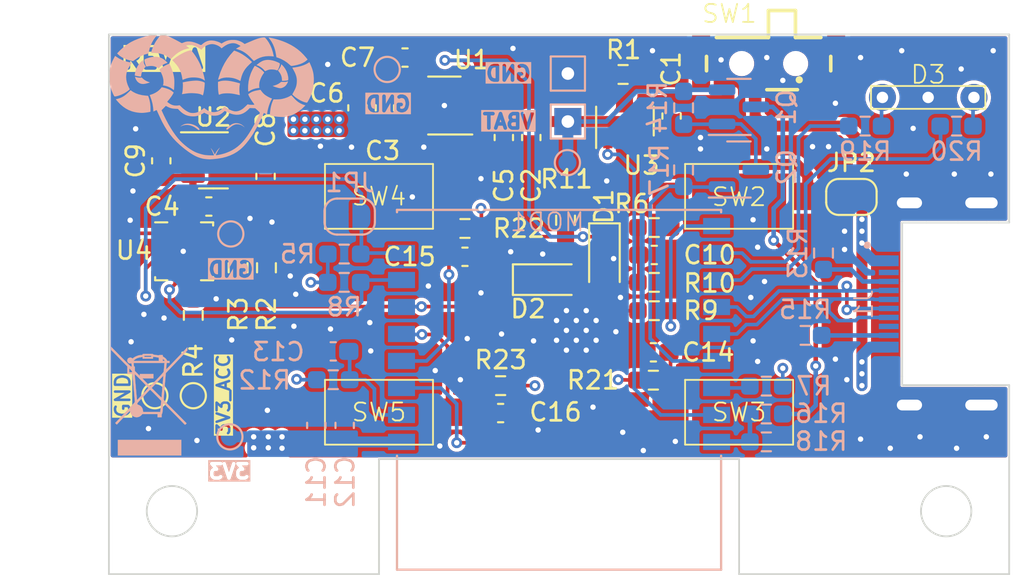
<source format=kicad_pcb>
(kicad_pcb (version 20221018) (generator pcbnew)
  (layers (0 "F.Cu" signal) (1 "In1.Cu" signal "GND.Cu") (2 "In2.Cu" signal "3V3.Cu") (31 "B.Cu" signal) (34 "B.Paste" user) (35 "F.Paste" user) (36 "B.SilkS" user "B.Silkscreen") (37 "F.SilkS" user "F.Silkscreen") (38 "B.Mask" user) (39 "F.Mask" user) (44 "Edge.Cuts" user))
  (net 0 "")
  (net 1 "GND")
  (net 2 "Net-(MOD1-EN)")
  (net 3 "+3V3")
  (net 4 "VUSB")
  (net 5 "Net-(U3-VDD)")
  (net 6 "+3V3_ACC")
  (net 7 "Net-(U1-NC)")
  (net 8 "SW_CTRL")
  (net 9 "SW_1")
  (net 10 "SW_2")
  (net 11 "SW_3")
  (net 12 "PWR_EN")
  (net 13 "USB_DP")
  (net 14 "USB_DN")
  (net 15 "Net-(D2-A)")
  (net 16 "Net-(D3-A-Pad3)")
  (net 17 "Net-(D3-A-Pad1)")
  (net 19 "VBAT")
  (net 20 "Net-(J1-CC2)")
  (net 22 "Net-(J1-CC1)")
  (net 23 "GPIO9")
  (net 24 "GPIO8")
  (net 25 "LATCH")
  (net 26 "GPIO2")
  (net 27 "STAT")
  (net 28 "Net-(U3-PROG)")
  (net 29 "ACC_INT")
  (net 30 "LED_GREEN")
  (net 31 "LED_RED")
  (net 32 "Net-(Q1-G)")
  (net 33 "Net-(U4-CS)")
  (net 34 "Net-(R6-Pad1)")
  (net 36 "VMON_EN")
  (net 37 "VMON")
  (net 38 "Net-(Q1-D)")
  (net 41 "unconnected-(SW1-PadS)")
  (footprint "Capacitor_SMD:C_0603_1608Metric_Pad1.08x0.95mm_HandSolder" (layer "F.Cu") (at -36.195 -10.922 -90)
    (fp_text reference "C6")
    (fp_text value "100nF")
  )
  (footprint "ssb-mechanical-switch:SMD WE 450404015514" (layer "F.Cu") (at -13 -14.25)
    (fp_text reference "SW1")
    (fp_text value "WE-450404015514" hide)
  )
  (footprint "ssb-mechanical-switch:SMD GENERIC 2-PIN 3.6x6x2.5" (layer "F.Cu") (at -35 -6 180)
    (fp_text reference "SW4")
    (fp_text value "CLEAR" hide)
  )
  (footprint "Diode_SMD:D_SOD-323_HandSoldering" (layer "F.Cu") (at -22.479 -2.4892 -90)
    (fp_text reference "D1")
    (fp_text value "1N4148")
  )
  (footprint "ssb-mechanical-switch:SMD GENERIC 2-PIN 3.6x6x2.5" (layer "F.Cu") (at -15 6)
    (fp_text reference "SW3")
    (fp_text value "CLEAR" hide)
  )
  (footprint "Resistor_SMD:R_0603_1608Metric_Pad0.98x0.95mm_HandSolder" (layer "F.Cu") (at -24.638 -4.6736 90)
    (fp_text reference "R11")
    (fp_text value "1M")
  )
  (footprint "Resistor_SMD:R_0603_1608Metric_Pad0.98x0.95mm_HandSolder" (layer "F.Cu") (at -19.7104 -1.2192)
    (fp_text reference "R10")
    (fp_text value "10K")
  )
  (footprint "Resistor_SMD:R_0603_1608Metric_Pad0.98x0.95mm_HandSolder" (layer "F.Cu") (at -28.2448 4.5212)
    (fp_text reference "R23")
    (fp_text value "10K")
  )
  (footprint "Resistor_SMD:R_0603_1608Metric_Pad0.98x0.95mm_HandSolder" (layer "F.Cu") (at -45.3136 0.6096 -90)
    (fp_text reference "R4")
    (fp_text value "100K")
  )
  (footprint "Package_LGA:LGA-16_3x3mm_P0.5mm_LayoutBorder3x5y" (layer "F.Cu") (at -45.8216 -2.9464)
    (fp_text reference "U4")
    (fp_text value "LIS3DHTR")
  )
  (footprint "Capacitor_SMD:C_0603_1608Metric_Pad1.08x0.95mm_HandSolder" (layer "F.Cu") (at -44.45 -5.4356 180)
    (fp_text reference "C4")
    (fp_text value "100nF")
  )
  (footprint "Package_TO_SOT_SMD:SOT-23-5_HandSoldering" (layer "F.Cu") (at -31.369 -11.049 180)
    (fp_text reference "U1")
    (fp_text value "TLV75733PDBVR")
  )
  (footprint "Capacitor_SMD:C_0603_1608Metric_Pad1.08x0.95mm_HandSolder" (layer "F.Cu") (at -26.543 -9.271 -90)
    (fp_text reference "C2")
    (fp_text value "10uF")
  )
  (footprint "Resistor_SMD:R_0603_1608Metric_Pad0.98x0.95mm_HandSolder" (layer "F.Cu") (at -21.4426 -12.7762 180)
    (fp_text reference "R1")
    (fp_text value "47K" hide)
  )
  (footprint "Jumper:SolderJumper-2_P1.3mm_Open_RoundedPad1.0x1.5mm" (layer "F.Cu") (at -8.763 -5.969 180)
    (fp_text reference "JP2")
    (fp_text value "Jumper_2_Open")
  )
  (footprint "Resistor_SMD:R_0603_1608Metric_Pad0.98x0.95mm_HandSolder" (layer "F.Cu") (at -19.7085 0.3556)
    (fp_text reference "R9")
    (fp_text value "1K")
  )
  (footprint "Capacitor_SMD:C_0603_1608Metric_Pad1.08x0.95mm_HandSolder" (layer "F.Cu") (at -47.0916 -7.9756 90)
    (fp_text reference "C9")
    (fp_text value "1uF")
  )
  (footprint "Resistor_SMD:R_0603_1608Metric_Pad0.98x0.95mm_HandSolder" (layer "F.Cu") (at -41.2496 -2.032 90)
    (fp_text reference "R2")
    (fp_text value "1K")
  )
  (footprint "TestPoint:TestPoint_Pad_D1.0mm" (layer "F.Cu") (at -45.3136 5.08)
    (fp_text reference "TP7" hide)
    (fp_text value "TP-ROUND-SMD-2MM")
  )
  (footprint "Package_SO:TSOP-5_1.65x3.05mm_P0.95mm" (layer "F.Cu") (at -21.341 -10.1854 90)
    (fp_text reference "U3")
    (fp_text value "MCP73831T-2ACI/OT" hide)
  )
  (footprint "ssb-mechanical-switch:SMD GENERIC 2-PIN 3.6x6x2.5" (layer "F.Cu") (at -15 -6)
    (fp_text reference "SW2")
    (fp_text value "CLEAR" hide)
  )
  (footprint "Resistor_SMD:R_0603_1608Metric_Pad0.98x0.95mm_HandSolder" (layer "F.Cu") (at -19.7104 -4.2672 180)
    (fp_text reference "R6")
    (fp_text value "1K")
  )
  (footprint "ssb-opto:TH GENERIC LED 3MM DUAL (RED 3D)" (layer "F.Cu") (at -4.5 -11.5)
    (fp_text reference "D3")
    (fp_text value "GREEN/RED")
  )
  (footprint "Capacitor_SMD:C_0603_1608Metric_Pad1.08x0.95mm_HandSolder" (layer "F.Cu") (at -19.7104 -2.7432)
    (fp_text reference "C10")
    (fp_text value "1uF")
  )
  (footprint "Capacitor_SMD:C_0603_1608Metric_Pad1.08x0.95mm_HandSolder" (layer "F.Cu") (at -30.226 -2.6416)
    (fp_text reference "C15")
    (fp_text value "100nF")
  )
  (footprint "Capacitor_SMD:C_0603_1608Metric_Pad1.08x0.95mm_HandSolder" (layer "F.Cu") (at -18.7502 -10.4648 -90)
    (fp_text reference "C1")
    (fp_text value "4,7uF" hide)
  )
  (footprint "Resistor_SMD:R_0603_1608Metric_Pad0.98x0.95mm_HandSolder" (layer "F.Cu") (at -30.226 -4.2164)
    (fp_text reference "R22")
    (fp_text value "10K")
  )
  (footprint "Package_TO_SOT_SMD:SOT-23-3" (layer "F.Cu") (at -44.196 -8.001)
    (fp_text reference "U2")
    (fp_text value "XC6206P331MR-G")
  )
  (footprint "Capacitor_SMD:C_0603_1608Metric_Pad1.08x0.95mm_HandSolder" (layer "F.Cu") (at -28.2448 6.0452)
    (fp_text reference "C16")
    (fp_text value "100nF")
  )
  (footprint "Capacitor_SMD:C_0603_1608Metric_Pad1.08x0.95mm_HandSolder" (layer "F.Cu") (at -41.3004 -7.112 -90)
    (fp_text reference "C8")
    (fp_text value "1uF")
  )
  (footprint "Capacitor_SMD:C_0603_1608Metric_Pad1.08x0.95mm_HandSolder" (layer "F.Cu") (at -19.7612 2.667 180)
    (fp_text reference "C14")
    (fp_text value "100nF")
  )
  (footprint "Capacitor_SMD:C_0603_1608Metric_Pad1.08x0.95mm_HandSolder" (layer "F.Cu") (at -33.5545 -13.716 180)
    (fp_text reference "C7")
    (fp_text value "470pF")
  )
  (footprint "ssb-mechanical-switch:SMD GENERIC 2-PIN 3.6x6x2.5" (layer "F.Cu") (at -35 6 180)
    (fp_text reference "SW5")
    (fp_text value "CLEAR" hide)
  )
  (footprint "Resistor_SMD:R_0603_1608Metric_Pad0.98x0.95mm_HandSolder" (layer "F.Cu") (at -42.8244 -2.032 90)
    (fp_text reference "R3")
    (fp_text value "100K")
  )
  (footprint "Diode_SMD:D_SOD-323_HandSoldering" (layer "F.Cu") (at -25.5524 -1.3716)
    (fp_text reference "D2")
    (fp_text value "1N4148")
  )
  (footprint "Capacitor_SMD:C_0603_1608Metric_Pad1.08x0.95mm_HandSolder" (layer "F.Cu") (at -28.067 -9.271 90)
    (fp_text reference "C5")
    (fp_text value "100nF")
  )
  (footprint "Resistor_SMD:R_0603_1608Metric_Pad0.98x0.95mm_HandSolder" (layer "F.Cu") (at -19.7612 4.2164 180)
    (fp_text reference "R21")
    (fp_text value "10K")
  )
  (footprint "TestPoint:TestPoint_Pad_D1.0mm" (layer "F.Cu") (at -47.4472 5.08)
    (fp_text reference "TP6" hide)
    (fp_text value "TP-ROUND-SMD-2MM")
  )
  (footprint "Capacitor_SMD:C_0603_1608Metric_Pad1.08x0.95mm_HandSolder" (layer "F.Cu") (at -34.671 -10.922 90)
    (fp_text reference "C3")
    (fp_text value "10uF")
  )
  (footprint "Resistor_SMD:R_0603_1608Metric_Pad0.98x0.95mm_HandSolder" (layer "B.Cu") (at -18.0825 -10.922 90)
    (fp_text reference "R14")
    (fp_text value "100K")
  )
  (footprint "LOGO" (layer "B.Cu") (at -44.369971 -11.517643 177.8)
    (fp_text reference "G***" hide)
    (fp_text value "LOGO" hide)
  )
  (footprint "Resistor_SMD:R_0603_1608Metric_Pad0.98x0.95mm_HandSolder" (layer "B.Cu") (at -36.9316 -2.794)
    (fp_text reference "R5")
    (fp_text value "10K")
  )
  (footprint "Resistor_SMD:R_0603_1608Metric_Pad0.98x0.95mm_HandSolder" (layer "B.Cu") (at -36.9316 -1.2192)
    (fp_text reference "R8")
    (fp_text value "10K")
  )
  (footprint "Jumper:SolderJumper-2_P1.3mm_Open_RoundedPad1.0x1.5mm" (layer "B.Cu") (at -36.6268 -4.8768)
    (fp_text reference "JP1")
    (fp_text value "Jumper_2_Open")
  )
  (footprint "Resistor_SMD:R_0603_1608Metric_Pad0.98x0.95mm_HandSolder" (layer "B.Cu") (at -13.4874 7.6454 180)
    (fp_text reference "R18")
    (fp_text value "100K")
  )
  (footprint "Resistor_SMD:R_0603_1608Metric_Pad0.98x0.95mm_HandSolder" (layer "B.Cu") (at -18.0848 -7.4676 -90)
    (fp_text reference "R17")
    (fp_text value "100K")
  )
  (footprint "TestPoint:TestPoint_Pad_D1.0mm" (layer "B.Cu") (at -43.2816 7.366 180)
    (fp_text reference "TP3" hide)
    (fp_text value "TP-ROUND-SMD-2MM")
  )
  (footprint "Package_TO_SOT_SMD:SOT-23" (layer "B.Cu") (at -15.0091 -7.493)
    (fp_text reference "Q2")
    (fp_text value "IRLML0030")
  )
  (footprint "TestPoint:TestPoint_THTPad_1.5x1.5mm_Drill0.7mm" (layer "B.Cu") (at -24.511 -10.16 180)
    (fp_text reference "TP1" hide)
    (fp_text value "VBAT")
  )
  (footprint "ssb-module-wireless:SMD ESP32C3-WROOM-02" (layer "B.Cu") (at -25 2.4)
    (fp_text reference "MOD1")
    (fp_text value "ESP32-C3-WROOM-02" hide)
  )
  (footprint "Resistor_SMD:R_0603_1608Metric_Pad0.98x0.95mm_HandSolder" (layer "B.Cu") (at -13.4874 6.096)
    (fp_text reference "R16")
    (fp_text value "100K")
  )
  (footprint "TestPoint:TestPoint_THTPad_1.5x1.5mm_Drill0.7mm" (layer "B.Cu") (at -24.511 -12.827 180)
    (fp_text reference "TP2" hide)
    (fp_text value "GND")
  )
  (footprint "Symbol:WEEE-Logo_4.2x6mm_SilkScreen" (layer "B.Cu") (at -47.752 5.3848 180)
    (fp_text reference "REF**" hide)
    (fp_text value "WEEE-Logo_4.2x6mm_SilkScreen" hide)
  )
  (footprint "Resistor_SMD:R_0603_1608Metric_Pad0.98x0.95mm_HandSolder" (layer "B.Cu") (at -37.5412 4.191 180)
    (fp_text reference "R12")
    (fp_text value "22K")
  )
  (footprint "Capacitor_SMD:C_0603_1608Metric_Pad1.08x0.95mm_HandSolder" (layer "B.Cu") (at -36.9062 6.731 90)
    (fp_text reference "C12")
    (fp_text value "100nF")
  )
  (footprint "TestPoint:TestPoint_Pad_D1.0mm" (layer "B.Cu") (at -43.2308 -3.9116 180)
    (fp_text reference "TP8" hide)
    (fp_text value "TP-ROUND-SMD-2MM")
  )
  (footprint "Package_TO_SOT_SMD:SOT-23" (layer "B.Cu") (at -15.0091 -10.9728)
    (fp_text reference "Q1")
    (fp_text value "IRLML6402")
  )
  (footprint "Capacitor_SMD:C_0603_1608Metric_Pad1.08x0.95mm_HandSolder" (layer "B.Cu") (at -38.481 6.731 90)
    (fp_text reference "C11")
    (fp_text value "10uF")
  )
  (footprint "TestPoint:TestPoint_Pad_D1.0mm" (layer "B.Cu") (at -24.5364 -7.874 180)
    (fp_text reference "TP5" hide)
    (fp_text value "TP-ROUND-SMD-2MM")
  )
  (footprint "Resistor_SMD:R_0603_1608Metric_Pad0.98x0.95mm_HandSolder" (layer "B.Cu") (at -10.3124 -2.8467 -90)
    (fp_text reference "R13")
    (fp_text value "5K1")
  )
  (footprint "Capacitor_SMD:C_0603_1608Metric_Pad1.08x0.95mm_HandSolder" (layer "B.Cu") (at -37.5412 2.6162)
    (fp_text reference "C13")
    (fp_text value "1uF")
  )
  (footprint "ssb-mechanical-connector:SMD USB4520-03-1-A" (layer "B.Cu") (at -3 0 -90)
    (fp_text reference "J1")
    (fp_text value "USB4520-03-1-A" hide)
  )
  (footprint "Resistor_SMD:R_0603_1608Metric_Pad0.98x0.95mm_HandSolder" (layer "B.Cu") (at -11.3284 1.7272 180)
    (fp_text reference "R15")
    (fp_text value "5K1")
  )
  (footprint "Resistor_SMD:R_0603_1608Metric_Pad0.98x0.95mm_HandSolder" (layer "B.Cu") (at -8.001 -9.906)
    (fp_text reference "R19")
    (fp_text value "3K3" hide)
  )
  (footprint "TestPoint:TestPoint_Pad_D1.0mm" (layer "B.Cu") (at -34.544 -13.0556 180)
    (fp_text reference "TP4" hide)
    (fp_text value "TP-ROUND-SMD-2MM")
  )
  (footprint "Resistor_SMD:R_0603_1608Metric_Pad0.98x0.95mm_HandSolder" (layer "B.Cu") (at -2.921 -9.906 180)
    (fp_text reference "R20")
    (fp_text value "3K3")
  )
  (footprint "Resistor_SMD:R_0603_1608Metric_Pad0.98x0.95mm_HandSolder" (layer "B.Cu") (at -13.4874 4.5466 180)
    (fp_text reference "R7")
    (fp_text value "10K")
  )
  (gr_line locked (start -5.9436 4.4958) (end -5.9436 4.0132) (stroke (width 0.1)) (layer "Edge.Cuts"))
  (gr_circle (center -3.5 11.5) (end -2.1 11.5) (stroke (width 0.1)) (fill none) (layer "Edge.Cuts"))
  (gr_line (start -5.9436 -4.5212) (end -5.9436 -4.5466) (stroke (width 0.1)) (layer "Edge.Cuts"))
  (gr_line locked (start -5.9436 -1.27) (end -5.9436 -4.5212) (stroke (width 0.1)) (layer "Edge.Cuts"))
  (gr_line locked (start -35 8.6) (end -15 8.6) (stroke (width 0.1)) (layer "Edge.Cuts"))
  (gr_line locked (start -1.2446 -4.5466) (end -0.5842 -4.5466) (stroke (width 0.1)) (layer "Edge.Cuts"))
  (gr_line locked (start -4.5974 -4.5466) (end -2.8448 -4.5466) (stroke (width 0.1)) (layer "Edge.Cuts"))
  (gr_line locked (start 0 15) (end 0 4.572) (stroke (width 0.1)) (layer "Edge.Cuts"))
  (gr_line locked (start -5.9436 4.0132) (end -5.9436 -1.27) (stroke (width 0.1)) (layer "Edge.Cuts"))
  (gr_line locked (start -35 15) (end -35 8.6) (stroke (width 0.1)) (layer "Edge.Cuts"))
  (gr_line locked (start 0 -4.5466) (end -0.5842 -4.5466) (stroke (width 0.1)) (layer "Edge.Cuts"))
  (gr_line locked (start -5.9436 -4.5466) (end -5.5626 -4.5466) (stroke (width 0.1)) (layer "Edge.Cuts"))
  (gr_line locked (start -50 -15) (end -50 15) (stroke (width 0.1)) (layer "Edge.Cuts"))
  (gr_line locked (start -2.8448 -4.5466) (end -1.2446 -4.5466) (stroke (width 0.1)) (layer "Edge.Cuts"))
  (gr_line locked (start -1.905 4.4958) (end -5.842 4.4958) (stroke (width 0.1)) (layer "Edge.Cuts"))
  (gr_line locked (start -50 15) (end -35 15) (stroke (width 0.1)) (layer "Edge.Cuts"))
  (gr_line locked (start -5.5626 -4.5466) (end -4.5974 -4.5466) (stroke (width 0.1)) (layer "Edge.Cuts"))
  (gr_line locked (start 0 -15) (end 0 -4.5466) (stroke (width 0.1)) (layer "Edge.Cuts"))
  (gr_line (start -5.9436 4.4958) (end -5.9436 4.4958) (stroke (width 0.1)) (layer "Edge.Cuts"))
  (gr_line (start 0 4.572) (end 0 4.4958) (stroke (width 0.1)) (layer "Edge.Cuts"))
  (gr_line locked (start 0 4.4958) (end -0.9652 4.4958) (stroke (width 0.1)) (layer "Edge.Cuts"))
  (gr_line locked (start -15 15) (end -15 8.6) (stroke (width 0.1)) (layer "Edge.Cuts"))
  (gr_circle (center -46.5 11.5) (end -45.1 11.5) (stroke (width 0.1)) (fill none) (layer "Edge.Cuts"))
  (gr_line locked (start 0 15) (end -15 15) (stroke (width 0.1)) (layer "Edge.Cuts"))
  (gr_line locked (start 0 -15) (end -50 -15) (stroke (width 0.1)) (layer "Edge.Cuts"))
  (gr_line locked (start -0.9652 4.4958) (end -1.905 4.4958) (stroke (width 0.1)) (layer "Edge.Cuts"))
  (gr_line (start -5.9436 4.4958) (end -5.842 4.4958) (stroke (width 0.1)) (layer "Edge.Cuts"))
  (gr_text "3V3" (at -43.3324 9.2964) (layer "B.SilkS" knockout) (effects (font (size 0.8 0.8) (thickness 0.2) bold) (justify mirror)))
  (gr_text "GND" (at -43.2308 -1.9304) (layer "B.SilkS" knockout) (effects (font (size 0.8 0.8) (thickness 0.2) bold) (justify mirror)))
  (gr_text "GND" (at -34.4932 -11.1252) (layer "B.SilkS" knockout) (effects (font (size 0.8 0.8) (thickness 0.2) bold) (justify mirror)))
  (gr_text "VBAT" (at -27.813 -10.16) (layer "B.SilkS" knockout) (effects (font (size 0.8 0.8) (thickness 0.2) bold) (justify mirror)))
  (gr_text "GND" (at -27.813 -12.827) (layer "B.SilkS" knockout) (effects (font (size 0.8 0.8) (thickness 0.2) bold) (justify mirror)))
  (gr_text "GND" (at -49.2252 5.08 90) (layer "F.SilkS" knockout) (effects (font (size 0.8 0.8) (thickness 0.14) bold)))
  (gr_text "3V3_ACC" (at -43.6372 5.0292 90) (layer "F.SilkS" knockout) (effects (font (size 0.7 0.7) (thickness 0.14) bold)))
  (gr_text "REV A" (at -46.99 -13.6144) (layer "F.SilkS" knockout) (effects (font (size 1 1) (thickness 0.25) bold)))
  (segment (start -45.1612 -2.4384) (end -44.6046 -2.4384) (width 0.254) (layer "F.Cu") (net 1))
  (segment (start -45.1692 -3.4464) (end -45.3136 -3.302) (width 0.254) (layer "F.Cu") (net 1))
  (segment (start -45.3136 -3.302) (end -45.3136 -2.5908) (width 0.254) (layer "F.Cu") (net 1))
  (segment (start -45.3136 -2.5908) (end -45.1612 -2.4384) (width 0.254) (layer "F.Cu") (net 1))
  (segment (start -44.5966 -3.4464) (end -45.1692 -3.4464) (width 0.254) (layer "F.Cu") (net 1))
  (segment (start -44.5966 -3.4464) (end -43.95 -3.4464) (width 0.254) (layer "F.Cu") (net 1))
  (segment (start -43.5875 -3.8089) (end -43.5875 -5.4356) (width 0.254) (layer "F.Cu") (net 1))
  (segment (start -43.95 -3.4464) (end -43.5875 -3.8089) (width 0.254) (layer "F.Cu") (net 1))
  (segment (start -44.6046 -2.4384) (end -44.5966 -2.4464) (width 0.2032) (layer "F.Cu") (net 1))
  (via (at -10.033 -8.763) (size 0.6) (drill 0.3) (layers "F.Cu" "B.Cu") (net 1))
  (via (at -32.258 -1.016) (size 0.6) (drill 0.3) (layers "F.Cu" "B.Cu") (net 1))
  (via (at -16.002 -13.589) (size 0.6) (drill 0.3) (layers "F.Cu" "B.Cu") (net 1))
  (via (at -4.953 7.366) (size 0.6) (drill 0.3) (layers "F.Cu" "B.Cu") (net 1))
  (via (at -42.164 -4.7752) (size 0.6) (drill 0.3) (layers "F.Cu" "B.Cu") (net 1))
  (via (at -46.9392 0.762) (size 0.6) (drill 0.3) (layers "F.Cu" "B.Cu") (net 1))
  (via (at -28.194 1.651) (size 0.6) (drill 0.3) (layers "F.Cu" "B.Cu") (net 1))
  (via (at -48.8188 -4.6736) (size 0.6) (drill 0.3) (layers "F.Cu" "B.Cu") (net 1))
  (via (at -27.559 -14.224) (size 0.6) (drill 0.3) (layers "F.Cu" "B.Cu") (net 1))
  (via (at -21.844 1.524) (size 0.6) (drill 0.3) (layers "F.Cu" "B.Cu") (net 1))
  (via (at -35.4584 2.5908) (size 0.6) (drill 0.3) (layers "F.Cu" "B.Cu") (net 1))
  (via (at -22.352 -6.858) (size 0.6) (drill 0.3) (layers "F.Cu" "B.Cu") (net 1))
  (via (at -9.652 -11.176) (size 0.6) (drill 0.3) (layers "F.Cu" "B.Cu") (net 1))
  (via (at -12.573 -12.446) (size 0.6) (drill 0.3) (layers "F.Cu" "B.Cu") (net 1))
  (via (at -13.462 -13.716) (size 0.6) (drill 0.3) (layers "F.Cu" "B.Cu") (net 1))
  (via (at -26.416 2.032) (size 0.6) (drill 0.3) (layers "F.Cu" "B.Cu") (net 1))
  (via (at -10.922 -8.763) (size 0.6) (drill 0.3) (layers "F.Cu" "B.Cu") (net 1))
  (via (at -48.768 2.0828) (size 0.6) (drill 0.3) (layers "F.Cu" "B.Cu") (net 1))
  (via (at -31.623 7.874) (size 0.6) (drill 0.3) (layers "F.Cu" "B.Cu") (net 1))
  (via (at -13.97 3.175) (size 0.6) (drill 0.3) (layers "F.Cu" "B.Cu") (net 1))
  (via (at -40.9448 -4.572) (size 0.6) (drill 0.3) (layers "F.Cu" "B.Cu") (net 1))
  (via (at -9.017 4.191) (size 0.6) (drill 0.3) (layers "F.Cu" "B.Cu") (net 1))
  (via (at -17.145 -9.271) (size 0.6) (drill 0.3) (layers "F.Cu" "B.Cu") (net 1))
  (via (at -48.0568 0.5588) (size 0.6) (drill 0.3) (layers "F.Cu" "B.Cu") (net 1))
  (via (at -45.8724 -2.9464) (size 0.6) (drill 0.3) (layers "F.Cu" "B.Cu") (net 1))
  (via (at -6.604 8.001) (size 0.6) (drill 0.3) (layers "F.Cu" "B.Cu") (net 1))
  (via (at -13.462 -8.636) (size 0.6) (drill 0.3) (layers "F.Cu" "B.Cu") (net 1))
  (via (at -2.667 -13.081) (size 0.6) (drill 0.3) (layers "F.Cu" "B.Cu") (net 1))
  (via (at -48.6664 -6.2992) (size 0.6) (drill 0.3) (layers "F.Cu" "B.Cu") (net 1))
  (via (at -19.812 -14.097) (size 0.6) (drill 0.3) (layers "F.Cu" "B.Cu") (net 1))
  (via (at -14.224 -4.699) (size 0.6) (drill 0.3) (layers "F.Cu" "B.Cu") (net 1))
  (via (at -14.351 -0.381) (size 0.6) (drill 0.3) (layers "F.Cu" "B.Cu") (net 1))
  (via (at -29.337 -0.635) (size 0.6) (drill 0.3) (layers "F.Cu" "B.Cu") (net 1))
  (via (at -39.9288 -1.5748) (size 0.6) (drill 0.3) (layers "F.Cu" "B.Cu") (net 1))
  (via (at -8.255 7.493) (size 0.6) (drill 0.3) (layers "F.Cu" "B.Cu") (net 1))
  (via (at -37.6936 1.3716) (size 0.6) (drill 0.3) (layers "F.Cu" "B.Cu") (net 1))
  (via (at -33.147 -5.969) (size 0.6) (drill 0.3) (layers "F.Cu" "B.Cu") (net 1))
  (via (at -39.624 -0.5588) (size 0.6) (drill 0.3) (layers "F.Cu" "B.Cu") (net 1))
  (via (at -5.715 -7.239) (size 0.6) (drill 0.3) (layers "F.Cu" "B.Cu") (net 1))
  (via (at -21.463 7.112) (size 0.6) (drill 0.3) (layers "F.Cu" "B.Cu") (net 1))
  (via (at -36.5252 -8.7376) (size 0.6) (drill 0.3) (layers "F.Cu" "B.Cu") (net 1))
  (via (at -2.921 8.001) (size 0.6) (drill 0.3) (layers "F.Cu" "B.Cu") (net 1))
  (via (at -13.589 -1.27) (size 0.6) (drill 0.3) (layers "F.Cu" "B.Cu") (net 1))
  (via (at -48.514 -9.7536) (size 0.6) (drill 0.3) (layers "F.Cu" "B.Cu") (net 1))
  (via (at -9.652 3.048) (size 0.6) (drill 0.3) (layers "F.Cu" "B.Cu") (net 1))
  (via (at -47.8028 6.9088) (size 0.6) (drill 0.3) (layers "F.Cu" "B.Cu") (net 1))
  (via (at -5.334 -9.779) (size 0.6) (drill 0.3) (layers "F.Cu" "B.Cu") (net 1))
  (via (at -0.889 -14.097) (size 0.6) (drill 0.3) (layers "F.Cu" "B.Cu") (net 1))
  (via (at -29.337 -6.985) (size 0.6) (drill 0.3) (layers "F.Cu" "B.Cu") (net 1))
  (via (at -32.512 -8.7376) (size 0.6) (drill 0.3) (layers "F.Cu" "B.Cu") (net 1))
  (via (at -30.48 4.191) (size 0.6) (drill 0.3) (layers "F.Cu" "B.Cu") (net 1))
  (via (at -38.2524 -8.7884) (size 0.6) (drill 0.3) (layers "F.Cu" "B.Cu") (net 1))
  (via (at -9.144 -3.048) (size 0.6) (drill 0.3) (layers "F.Cu" "B.Cu") (net 1))
  (via (at -44.0436 -0.3048) (size 0.6) (drill 0.3) (layers "F.Cu" "B.Cu") (net 1))
  (via (at -41.1988 5.8928) (size 0.6) (drill 0.3) (layers "F.Cu" "B.Cu") (net 1))
  (via (at -30.099 1.905) (size 0.6) (drill 0.3) (layers "F.Cu" "B.Cu") (net 1))
  (via (at -31.369 -11.049) (size 0.6) (drill 0.3) (layers "F.Cu" "B.Cu") (net 1))
  (via (at -37.846 -13.335) (size 0.6) (drill 0.3) (layers "F.Cu" "B.Cu") (net 1))
  (via (at -13.97 -3.175) (size 0.6) (drill 0.3) (layers "F.Cu" "B.Cu") (net 1))
  (via (at -39.7256 1.2192) (size 0.6) (drill 0.3) (layers "F.Cu" "B.Cu") (net 1))
  (via (at -20.32 8.128) (size 0.6) (drill 0.3) (layers "F.Cu" "B.Cu") (net 1))
  (via (at -5.969 -14.097) (size 0.6) (drill 0.3) (layers "F.Cu" "B.Cu") (net 1))
  (via (at -35.5092 1.016) (size 0.6) (drill 0.3) (layers "F.Cu" "B.Cu") (net 1))
  (via (at -9.144 -4.064) (size 0.6) (drill 0.3) (layers "F.Cu" "B.Cu") (net 1))
  (via (at -21.59 -0.381) (size 0.6) (drill 0.3) (layers "F.Cu" "B.Cu") (net 1))
  (via (at -25.908 -2.794) (size 0.6) (drill 0.3) (layers "F.Cu" "B.Cu") (net 1))
  (via (at -1.27 7.366) (size 0.6) (drill 0.3) (layers "F.Cu" "B.Cu") (net 1))
  (via (at -43.18 1.9812) (size 0.6) (drill 0.3) (layers "F.Cu" "B.Cu") (net 1))
  (via (at -27.686 -2.921) (size 0.6) (drill 0.3) (layers "F.Cu" "B.Cu") (net 1))
  (via (at -14.224 2.032) (size 0.6) (drill 0.3) (layers "F.Cu" "B.Cu") (net 1))
  (via (at -31.877 3.683) (size 0.6) (drill 0.3) (layers "F.Cu" "B.Cu") (net 1))
  (via (at -17.145 -8.636) (size 0.6) (drill 0.3) (layers "F.Cu" "B.Cu") (net 1))
  (via (at -1.016 -7.239) (size 0.6) (drill 0.3) (layers "F.Cu" "B.Cu") (net 1))
  (via (at -45.1104 7.5692) (size 0.6) (drill 0.3) (layers "F.Cu" "B.Cu") (net 1))
  (via (at -18.542 7.62) (size 0.6) (drill 0.3) (layers "F.Cu" "B.Cu") (net 1))
  (via (at -8.255 -13.716) (size 0.6) (drill 0.3) (layers "F.Cu" "B.Cu") (net 1))
  (via (at -23.114 5.715) (size 0.6) (drill 0.3) (layers "F.Cu" "B.Cu") (net 1))
  (via (at -3.048 -7.239) (size 0.6) (drill 0.3) (layers "F.Cu" "B.Cu") (net 1))
  (via (at -26.162 6.985) (size 0.6) (drill 0.3) (layers "F.Cu" "B.Cu") (net 1))
  (via (at -21.971 -2.54) (size 0.6) (drill 0.3) (layers "F.Cu" "B.Cu") (net 1))
  (segment (start -34.9472 6.15) (end -35.2552 5.842) (width 0.2032) (layer "B.Cu") (net 2))
  (segment (start -35.7632 4.191) (end -36.6287 4.191) (width 0.2032) (layer "B.Cu") (net 2))
  (segment (start -33.75 6.15) (end -34.9472 6.15) (width 0.2032) (layer "B.Cu") (net 2))
  (segment (start -35.2552 4.699) (end -35.7632 4.191) (width 0.2032) (layer "B.Cu") (net 2))
  (segment (start -36.6287 2.6662) (end -36.6787 2.6162) (width 0.2032) (layer "B.Cu") (net 2))
  (segment (start -35.2552 5.842) (end -35.2552 4.699) (width 0.2032) (layer "B.Cu") (net 2))
  (segment (start -36.6287 4.191) (end -36.6287 2.6662) (width 0.2032) (layer "B.Cu") (net 2))
  (segment (start -32.719 -10.099) (end -36.129 -10.099) (width 0.6096) (layer "F.Cu") (net 3))
  (segment (start -21.717 4.191) (end -21.6916 4.2164) (width 0.2032) (layer "F.Cu") (net 3))
  (segment (start -36.129 -10.099) (end -36.195 -10.033) (width 0.6096) (layer "F.Cu") (net 3))
  (segment (start -34.7635 -9.9405) (end -34.671 -10.033) (width 0.6096) (layer "F.Cu") (net 3))
  (segment (start -20.6737 4.2164) (end -21.717 4.191) (width 0.2032) (layer "F.Cu") (net 3))
  (segment (start -29.3135 -5.2305) (end -29.3135 -4.2164) (width 0.2032) (layer "F.Cu") (net 3))
  (segment (start -26.3398 4.5212) (end -27.3323 4.5212) (width 0.2032) (layer "F.Cu") (net 3))
  (segment (start -29.21 -5.334) (end -29.21 -5.334) (width 0.2032) (layer "F.Cu") (net 3))
  (via (at -40.386 8.001) (size 0.6) (drill 0.3) (layers "F.Cu" "B.Cu") (net 3))
  (via (at -39.116 -10.287) (size 0.6) (drill 0.3) (layers "F.Cu" "B.Cu") (net 3))
  (via (at -41.9608 7.9756) (size 0.6) (drill 0.3) (layers "F.Cu" "B.Cu") (net 3))
  (via (at -41.148 7.366) (size 0.6) (drill 0.3) (layers "F.Cu" "B.Cu") (net 3))
  (via (at -39.751 -10.287) (size 0.6) (drill 0.3) (layers "F.Cu" "B.Cu") (net 3))
  (via (at -39.5732 4.1656) (size 0.6) (drill 0.3) (layers "F.Cu" "B.Cu") (net 3))
  (via (at -12.573 3.556) (size 0.6) (drill 0.3) (layers "F.Cu" "B.Cu") (net 3))
  (via (at -38.7858 -1.2192) (size 0.6) (drill 0.3) (layers "F.Cu" "B.Cu") (net 3))
  (via (at -37.211 -9.652) (size 0.6) (drill 0.3) (layers "F.Cu" "B.Cu") (net 3))
  (via (at -38.481 -9.652) (size 0.6) (drill 0.3) (layers "F.Cu" "B.Cu") (net 3))
  (via (at -41.148 7.9756) (size 0.6) (drill 0.3) (layers "F.Cu" "B.Cu") (net 3))
  (via (at -21.717 4.191) (size 0.6) (drill 0.3) (layers "F.Cu" "B.Cu") (net 3))
  (via (at -37.211 -10.287) (size 0.6) (drill 0.3) (layers "F.Cu" "B.Cu") (net 3))
  (via (at -37.846 -10.287) (size 0.6) (drill 0.3) (layers "F.Cu" "B.Cu") (net 3))
  (via (at -29.337 -5.334) (size 0.6) (drill 0.3) (layers "F.Cu" "B.Cu") (net 3))
  (via (at -39.751 -9.652) (size 0.6) (drill 0.3) (layers "F.Cu" "B.Cu") (net 3))
  (via (at -37.846 -9.652) (size 0.6) (drill 0.3) (layers "F.Cu" "B.Cu") (net 3))
  (via (at -26.3398 4.5212) (size 0.6) (drill 0.3) (layers "F.Cu" "B.Cu") (net 3))
  (via (at -41.9608 7.366) (size 0.6) (drill 0.3) (layers "F.Cu" "B.Cu") (net 3))
  (via (at -39.116 -9.652) (size 0.6) (drill 0.3) (layers "F.Cu" "B.Cu") (net 3))
  (via (at -40.386 7.366) (size 0.6) (drill 0.3) (layers "F.Cu" "B.Cu") (net 3))
  (via (at -38.481 -10.287) (size 0.6) (drill 0.3) (layers "F.Cu" "B.Cu") (net 3))
  (segment (start -12.5749 4.5466) (end -12.5749 3.5579) (width 0.2032) (layer "B.Cu") (net 3))
  (segment (start -38.4245 7.65) (end -38.481 7.5935) (width 0.6096) (layer "B.Cu") (net 3))
  (segment (start -33.75 7.65) (end -38.4245 7.65) (width 0.6096) (layer "B.Cu") (net 3))
  (segment (start -41.9608 7.366) (end -40.386 7.366) (width 0.6096) (layer "B.Cu") (net 3))
  (segment (start -38.7858 -1.2192) (end -37.8441 -1.2192) (width 0.2032) (layer "B.Cu") (net 3))
  (segment (start -39.5224 4.1656) (end -39.5732 4.1656) (width 0.2032) (layer "B.Cu") (net 3))
  (segment (start -12.5749 3.5579) (end -12.573 3.556) (width 0.2032) (layer "B.Cu") (net 3))
  (segment (start -37.8441 -2.794) (end -37.8441 -1.2192) (width 0.2032) (layer "B.Cu") (net 3))
  (segment (start -39.5732 4.1148) (end -39.5224 4.1656) (width 0.2032) (layer "B.Cu") (net 3))
  (segment (start -43.434 7.366) (end -41.9608 7.366) (width 0.6096) (layer "B.Cu") (net 3))
  (segment (start -39.497 4.191) (end -39.5224 4.1656) (width 0.2032) (layer "B.Cu") (net 3))
  (segment (start -39.5732 4.1656) (end -39.5732 4.1148) (width 0.2032) (layer "B.Cu") (net 3))
  (segment (start -38.4537 4.191) (end -39.497 4.191) (width 0.2032) (layer "B.Cu") (net 3))
  (segment (start -8.1788 -8.9408) (end -9.144 -9.906) (width 0.6096) (layer "F.Cu") (net 4))
  (segment (start -8.1788 -4.7244) (end -8.1788 -8.9408) (width 0.6096) (layer "F.Cu") (net 4))
  (segment (start -9.144 -9.906) (end -13.589 -9.906) (width 0.6096) (layer "F.Cu") (net 4))
  (segment (start -8.1788 4.5212) (end -8.1788 -4.7244) (width 0.6096) (layer "F.Cu") (net 4))
  (segment (start -13.589 -9.906) (end -14.11 -10.427) (width 0.6096) (layer "F.Cu") (net 4))
  (segment (start -14.11 -10.427) (end -14.11 -11.33) (width 0.6096) (layer "F.Cu") (net 4))
  (via (at -8.1788 -3.4036) (size 0.6) (drill 0.3) (layers "F.Cu" "B.Cu") (net 4))
  (via (at -8.1788 -4.7244) (size 0.6) (drill 0.3) (layers "F.Cu" "B.Cu") (net 4))
  (via (at -8.1788 3.8608) (size 0.6) (drill 0.3) (layers "F.Cu" "B.Cu") (net 4))
  (via (at -8.1788 3.2004) (size 0.6) (drill 0.3) (layers "F.Cu" "B.Cu") (net 4))
  (via (at -8.1788 -4.064) (size 0.6) (drill 0.3) (layers "F.Cu" "B.Cu") (net 4))
  (via (at -8.1788 4.5212) (size 0.6) (drill 0.3) (layers "F.Cu" "B.Cu") (net 4))
  (segment (start -8.1788 3.8608) (end -8.1788 3.9624) (width 0.6096) (layer "B.Cu") (net 4))
  (segment (start -8.1788 3.4036) (end -8.1788 3.7084) (width 0.6096) (layer "B.Cu") (net 4))
  (segment (start -6.69 -2.42) (end -7.5508 -2.42) (width 0.6096) (layer "B.Cu") (net 4))
  (segment (start -6.69 2.38) (end -7.714 2.38) (width 0.6096) (layer "B.Cu") (net 4))
  (segment (start -8.1788 2.8448) (end -8.1788 3.2004) (width 0.6096) (layer "B.Cu") (net 4))
  (segment (start -8.1788 3.9624) (end -8.1788 4.2164) (width 0.6096) (layer "B.Cu") (net 4))
  (segment (start -7.714 2.38) (end -8.1788 2.8448) (width 0.6096) (layer "B.Cu") (net 4))
  (segment (start -8.1788 4.3688) (end -8.1788 4.5212) (width 0.6096) (layer "B.Cu") (net 4))
  (segment (start -8.1788 -3.048) (end -8.1788 -3.4036) (width 0.6096) (layer "B.Cu") (net 4))
  (segment (start -7.5508 -2.42) (end -8.1788 -3.048) (width 0.6096) (layer "B.Cu") (net 4))
  (segment (start -8.1788 -4.064) (end -8.1788 -4.4958) (width 0.6096) (layer "B.Cu") (net 4))
  (segment (start -8.1788 3.7084) (end -8.1788 3.8608) (width 0.6096) (layer "B.Cu") (net 4))
  (segment (start -8.1788 -3.7084) (end -8.1788 -3.8354) (width 0.6096) (layer "B.Cu") (net 4))
  (segment (start -8.1788 4.2164) (end -8.1788 4.3688) (width 0.6096) (layer "B.Cu") (net 4))
  (segment (start -8.1788 3.302) (end -8.1788 3.4036) (width 0.6096) (layer "B.Cu") (net 4))
  (segment (start -8.1788 -3.8354) (end -8.1788 -4.064) (width 0.6096) (layer "B.Cu") (net 4))
  (segment (start -8.1788 -4.4958) (end -8.1788 -4.7244) (width 0.6096) (layer "B.Cu") (net 4))
  (segment (start -8.1788 3.2004) (end -8.1788 3.302) (width 0.6096) (layer "B.Cu") (net 4))
  (segment (start -8.1788 -3.4036) (end -8.1788 -3.7084) (width 0.6096) (layer "B.Cu") (net 4))
  (segment (start -15.6148 -11.3252) (end -20.3708 -11.3252) (width 0.6096) (layer "F.Cu") (net 5))
  (segment (start -20.3708 -11.3252) (end -20.391 -11.3454) (width 0.6096) (layer "F.Cu") (net 5))
  (segment (start -15.61 -11.33) (end -15.6148 -11.3252) (width 0.6096) (layer "F.Cu") (net 5))
  (segment (start -45.3216 -5.4265) (end -45.3125 -5.4356) (width 0.2032) (layer "F.Cu") (net 6))
  (segment (start -45.3335 -7.051) (end -47.0295 -7.051) (width 0.4064) (layer "F.Cu") (net 6))
  (segment (start -45.3136 1.5221) (end -45.3136 5.08) (width 0.254) (layer "F.Cu") (net 6))
  (segment (start -48.1584 1.524) (end -45.3155 1.524) (width 0.2032) (layer "F.Cu") (net 6))
  (segment (start -46.736 -5.4356) (end -47.0408 -5.1308) (width 0.254) (layer "F.Cu") (net 6))
  (segment (start -47.0408 -3.9522) (end -47.0466 -3.9464) (width 0.2032) (layer "F.Cu") (net 6))
  (segment (start -45.3335 -5.4566) (end -45.3125 -5.4356) (width 0.4064) (layer "F.Cu") (net 6))
  (segment (start -47.0295 -7.051) (end -47.0916 -7.1131) (width 0.4064) (layer "F.Cu") (net 6))
  (segment (start -48.3268 -3.9464) (end -49.0728 -3.2004) (width 0.2032) (layer "F.Cu") (net 6))
  (segment (start -47.0466 -3.9464) (end -48.3268 -3.9464) (width 0.2032) (layer "F.Cu") (net 6))
  (segment (start -47.0408 -5.1308) (end -47.0408 -3.9522) (width 0.254) (layer "F.Cu") (net 6))
  (segment (start -45.3216 -4.1714) (end -45.3216 -5.4265) (width 0.254) (layer "F.Cu") (net 6))
  (segment (start -49.0728 0.6096) (end -48.1584 1.524) (width 0.2032) (layer "F.Cu") (net 6))
  (segment (start -45.3155 1.524) (end -45.3136 1.5221) (width 0.2032) (layer "F.Cu") (net 6))
  (segment (start -45.3125 -5.4356) (end -46.736 -5.4356) (width 0.254) (layer "F.Cu") (net 6))
  (segment (start -49.0728 -3.2004) (end -49.0728 0.6096) (width 0.2032) (layer "F.Cu") (net 6))
  (segment (start -45.3335 -7.051) (end -45.3335 -5.4566) (width 0.4064) (layer "F.Cu") (net 6))
  (segment (start -32.719 -11.999) (end -32.719 -13.689) (width 0.2032) (layer "F.Cu") (net 7))
  (segment (start -32.719 -13.689) (end -32.692 -13.716) (width 0.2032) (layer "F.Cu") (net 7))
  (segment (start -32.639 0.127) (end -40.8686 0.127) (width 0.2032) (layer "F.Cu") (net 8))
  (segment (start -20.5729 -2.7432) (end -20.5729 -1.2692) (width 0.2032) (layer "F.Cu") (net 8))
  (segment (start -22.86 -2.54) (end -25.019 -2.54) (width 0.2032) (layer "F.Cu") (net 8))
  (segment (start -41.2496 -1.1195) (end -41.2496 -0.254) (width 0.2032) (layer "F.Cu") (net 8))
  (segment (start -20.5729 -1.2692) (end -20.6229 -1.2192) (width 0.2032) (layer "F.Cu") (net 8))
  (segment (start -20.6229 -1.2192) (end -22.459 -1.2192) (width 0.2032) (layer "F.Cu") (net 8))
  (segment (start -40.8686 0.127) (end -41.2496 -0.254) (width 0.2032) (layer "F.Cu") (net 8))
  (segment (start -25.527 -2.032) (end -25.527 -1.016) (width 0.2032) (layer "F.Cu") (net 8))
  (segment (start -22.479 -2.159) (end -22.86 -2.54) (width 0.2032) (layer "F.Cu") (net 8))
  (segment (start -20.6229 -4.2672) (end -20.6229 -2.7932) (width 0.2032) (layer "F.Cu") (net 8))
  (segment (start -25.527 -0.635) (end -26.162 0) (width 0.2032) (layer "F.Cu") (net 8))
  (segment (start -22.459 -1.2192) (end -22.479 -1.2392) (width 0.2032) (layer "F.Cu") (net 8))
  (segment (start -25.019 -2.54) (end -25.4 -2.159) (width 0.2032) (layer "F.Cu") (net 8))
  (segment (start -25.527 -1.016) (end -25.527 -0.635) (width 0.2032) (layer "F.Cu") (net 8))
  (segment (start -26.162 0) (end -26.289 0.127) (width 0.2032) (layer "F.Cu") (net 8))
  (segment (start -22.479 -1.2392) (end -22.479 -2.159) (width 0.2032) (layer "F.Cu") (net 8))
  (segment (start -25.4 -2.159) (end -25.527 -2.032) (width 0.2032) (layer "F.Cu") (net 8))
  (segment (start -26.289 0.127) (end -32.639 0.127) (width 0.2032) (layer "F.Cu") (net 8))
  (segment (start -20.6229 -2.7932) (end -20.5729 -2.7432) (width 0.2032) (layer "F.Cu") (net 8))
  (via (at -32.639 0.127) (size 0.6) (drill 0.3) (layers "F.Cu" "B.Cu") (net 8))
  (segment (start -32.639 0.127) (end -33.727 0.127) (width 0.2032) (layer "B.Cu") (net 8))
  (segment (start -33.727 0.127) (end -33.75 0.15) (width 0.2032) (layer "B.Cu") (net 8))
  (segment (start -18.81 2.7557) (end -18.81 6) (width 0.2032) (layer "F.Cu") (net 9))
  (segment (start -18.7979 5.9879) (end -18.81 6) (width 0.2032) (layer "F.Cu") (net 9))
  (segment (start -22.7584 6.985) (end -23.4696 7.6962) (width 0.2032) (layer "F.Cu") (net 9))
  (segment (start -18.8479 4.1664) (end -18.7979 4.2164) (width 0.2032) (layer "F.Cu") (net 9))
  (segment (start -18.8987 2.667) (end -18.81 2.7557) (width 0.2032) (layer "F.Cu") (net 9))
  (segment (start -21.7734 6) (end -22.7584 6.985) (width 0.2032) (layer "F.Cu") (net 9))
  (segment (start -23.4696 7.6962) (end -30.6832 7.6962) (width 0.2032) (layer "F.Cu") (net 9))
  (segment (start -18.81 6) (end -21.7734 6) (width 0.2032) (layer "F.Cu") (net 9))
  (segment (start -30.6832 7.6962) (end -30.6324 7.6962) (width 0.2032) (layer "F.Cu") (net 9))
  (via (at -30.6832 7.6962) (size 0.6) (drill 0.3) (layers "F.Cu" "B.Cu") (net 9))
  (segment (start -30.6832 5.5372) (end -30.6832 7.6962) (width 0.2032) (layer "B.Cu") (net 9))
  (segment (start -33.75 4.65) (end -31.5704 4.65) (width 0.2032) (layer "B.Cu") (net 9))
  (segment (start -31.5704 4.65) (end -30.6832 5.5372) (width 0.2032) (layer "B.Cu") (net 9))
  (segment (start -31.115 -1.651) (end -31.115 -2.6151) (width 0.2032) (layer "F.Cu") (net 10))
  (segment (start -31.0885 -2.6416) (end -31.19 -2.7431) (width 0.2032) (layer "F.Cu") (net 10))
  (segment (start -31.115 -2.6151) (end -31.0885 -2.6416) (width 0.2032) (layer "F.Cu") (net 10))
  (segment (start -31.19 -2.7431) (end -31.19 -6) (width 0.2032) (layer "F.Cu") (net 10))
  (via (at -31.115 -1.651) (size 0.6) (drill 0.3) (layers "F.Cu" "B.Cu") (net 10))
  (segment (start -31.496 2.286) (end -31.115 1.905) (width 0.2032) (layer "B.Cu") (net 10))
  (segment (start -32.36 3.15) (end -31.496 2.286) (width 0.2032) (layer "B.Cu") (net 10))
  (segment (start -31.115 -1.651) (end -31.115 -1.524) (width 0.2032) (layer "B.Cu") (net 10))
  (segment (start -31.115 1.905) (end -31.115 -1.016) (width 0.2032) (layer "B.Cu") (net 10))
  (segment (start -31.115 -1.016) (end -31.115 -1.651) (width 0.2032) (layer "B.Cu") (net 10))
  (segment (start -33.75 3.15) (end -32.36 3.15) (width 0.2032) (layer "B.Cu") (net 10))
  (segment (start -32.6136 1.6764) (end -32.5628 1.6764) (width 0.2032) (layer "F.Cu") (net 11))
  (segment (start -29.1525 6) (end -29.1073 6.0452) (width 0.2032) (layer "F.Cu") (net 11))
  (segment (start -31.19 2.921) (end -31.19 2.338) (width 0.2032) (layer "F.Cu") (net 11))
  (segment (start -29.1573 4.5212) (end -29.1573 5.9952) (width 0.2032) (layer "F.Cu") (net 11))
  (segment (start -31.8516 1.6764) (end -32.6136 1.6764) (width 0.2032) (layer "F.Cu") (net 11))
  (segment (start -31.19 2.921) (end -31.19 2.846) (width 0.2032) (layer "F.Cu") (net 11))
  (segment (start -31.19 6) (end -29.1525 6) (width 0.2032) (layer "F.Cu") (net 11))
  (segment (start -31.19 6) (end -31.19 2.921) (width 0.2032) (layer "F.Cu") (net 11))
  (segment (start -31.75 1.778) (end -31.8516 1.6764) (width 0.2032) (layer "F.Cu") (net 11))
  (segment (start -31.19 2.338) (end -31.75 1.778) (width 0.2032) (layer "F.Cu") (net 11))
  (segment (start -29.1573 5.9952) (end -29.1073 6.0452) (width 0.2032) (layer "F.Cu") (net 11))
  (via (at -32.6136 1.6764) (size 0.6) (drill 0.3) (layers "F.Cu" "B.Cu") (net 11))
  (segment (start -32.6136 1.6764) (end -33.7236 1.6764) (width 0.2032) (layer "B.Cu") (net 11))
  (segment (start -33.7236 1.6764) (end -33.75 1.65) (width 0.2032) (layer "B.Cu") (net 11))
  (segment (start -24.6361 -3.7592) (end -24.638 -3.7611) (width 0.2032) (layer "F.Cu") (net 12))
  (segment (start -31.3436 -13.5636) (end -31.2928 -13.5636) (width 0.2032) (layer "F.Cu") (net 12))
  (segment (start -26.0077 -3.7611) (end -26.8024 -2.9664) (width 0.2032) (layer "F.Cu") (net 12))
  (segment (start -23.6728 -3.7592) (end -24.6361 -3.7592) (width 0.2032) (layer "F.Cu") (net 12))
  (segment (start -26.8024 -2.9664) (end -26.8024 -1.3716) (width 0.2032) (layer "F.Cu") (net 12))
  (segment (start -24.638 -3.7611) (end -26.0077 -3.7611) (width 0.2032) (layer "F.Cu") (net 12))
  (segment (start -23.6728 -3.7592) (end -22.499 -3.7592) (width 0.2032) (layer "F.Cu") (net 12))
  (segment (start -30.3276 -13.5636) (end -31.3436 -13.5636) (width 0.2032) (layer "F.Cu") (net 12))
  (segment (start -30.019 -13.255) (end -30.3276 -13.5636) (width 0.2032) (layer "F.Cu") (net 12))
  (segment (start -22.499 -3.7592) (end -22.479 -3.7392) (width 0.2032) (layer "F.Cu") (net 12))
  (segment (start -30.019 -11.999) (end -30.019 -13.255) (width 0.2032) (layer "F.Cu") (net 12))
  (via (at -31.3436 -13.5636) (size 0.6) (drill 0.3) (layers "F.Cu" "B.Cu") (net 12))
  (via (at -23.6728 -3.7592) (size 0.6) (drill 0.3) (layers "F.Cu" "B.Cu") (net 12))
  (segment (start -27.9146 -13.5636) (end -26.67 -12.319) (width 0.2032) (layer "B.Cu") (net 12))
  (segment (start -26.67 -4.9784) (end -25.4508 -3.7592) (width 0.2032) (layer "B.Cu") (net 12))
  (segment (start -31.3436 -13.5636) (end -27.9146 -13.5636) (width 0.2032) (layer "B.Cu") (net 12))
  (segment (start -23.6728 -3.7592) (end -23.7236 -3.7592) (width 0.2032) (layer "B.Cu") (net 12))
  (segment (start -26.67 -12.319) (end -26.67 -4.9784) (width 0.2032) (layer "B.Cu") (net 12))
  (segment (start -25.4508 -3.7592) (end -23.6728 -3.7592) (width 0.2032) (layer "B.Cu") (net 12))
  (segment (start -10.0076 -0.0508) (end -9.7634 -0.295) (width 0.2) (layer "B.Cu") (net 13))
  (segment (start -7.515001 -0.27) (end -7.540001 -0.295) (width 0.2) (layer "B.Cu") (net 13))
  (segment (start -10.2616 -0.295) (end -12.5948 -0.295) (width 0.2) (layer "B.Cu") (net 13))
  (segment (start -15.124999 1.65) (end -16.25 1.65) (width 0.2) (layer "B.Cu") (net 13))
  (segment (start -9.7634 -0.295) (end -9.7536 -0.295) (width 0.2) (layer "B.Cu") (net 13))
  (segment (start -8.35255 0.73) (end -8.52705 0.9045) (width 0.2) (layer "B.Cu") (net 13))
  (segment (start -10.0076 -0.295) (end -10.2616 -0.295) (width 0.2) (layer "B.Cu") (net 13))
  (segment (start -12.5948 -0.295) (end -14.0148 1.125) (width 0.2) (layer "B.Cu") (net 13))
  (segment (start -10.2518 -0.295) (end -10.2616 -0.295) (width 0.2) (layer "B.Cu") (net 13))
  (segment (start -9.7536 -0.295) (end -10.0076 -0.295) (width 0.2) (layer "B.Cu") (net 13))
  (segment (start -8.52705 0.9045) (end -9.5095 0.9045) (width 0.2) (layer "B.Cu") (net 13))
  (segment (start -10.0076 -0.0508) (end -10.0076 -0.295) (width 0.2) (layer "B.Cu") (net 13))
  (segment (start -14.599999 1.125) (end -15.124999 1.65) (width 0.2) (layer "B.Cu") (net 13))
  (segment (start -9.5095 0.9045) (end -10.0076 0.4064) (width 0.2) (layer "B.Cu") (net 13))
  (segment (start -10.0076 0.4064) (end -10.0076 -0.0508) (width 0.2) (layer "B.Cu") (net 13))
  (segment (start -6.69 0.73) (end -8.35255 0.73) (width 0.2) (layer "B.Cu") (net 13))
  (segment (start -10.0076 -0.0508) (end -10.2518 -0.295) (width 0.2) (layer "B.Cu") (net 13))
  (segment (start -7.540001 -0.295) (end -9.7536 -0.295) (width 0.2) (layer "B.Cu") (net 13))
  (segment (start -6.69 -0.27) (end -7.515001 -0.27) (width 0.2) (layer "B.Cu") (net 13))
  (segment (start -14.0148 1.125) (end -14.599999 1.125) (width 0.2) (layer "B.Cu") (net 13))
  (segment (start -9.017 0.3045) (end -9.017 -1.016) (width 0.2) (layer "F.Cu") (net 14))
  (via (at -9.017 -1.016) (size 0.6) (drill 0.3) (layers "F.Cu" "B.Cu") (net 14))
  (via (at -9.017 0.3045) (size 0.6) (drill 0.3) (layers "F.Cu" "B.Cu") (net 14))
  (segment (start -15.124999 0.15) (end -16.25 0.15) (width 0.2) (layer "B.Cu") (net 14))
  (segment (start -9.017 0.3045) (end -8.9425 0.23) (width 0.2) (layer "B.Cu") (net 14))
  (segment (start -7.540001 -0.745) (end -12.7812 -0.745) (width 0.2) (layer "B.Cu") (net 14))
  (segment (start -14.2012 0.675) (end -14.599999 0.675) (width 0.2) (layer "B.Cu") (net 14))
  (segment (start -12.7812 -0.745) (end -14.2012 0.675) (width 0.2) (layer "B.Cu") (net 14))
  (segment (start -14.599999 0.675) (end -15.124999 0.15) (width 0.2) (layer "B.Cu") (net 14))
  (segment (start -8.9425 0.23) (end -6.69 0.23) (width 0.2) (layer "B.Cu") (net 14))
  (segment (start -7.515001 -0.77) (end -7.540001 -0.745) (width 0.2) (layer "B.Cu") (net 14))
  (segment (start -6.69 -0.77) (end -7.515001 -0.77) (width 0.2) (layer "B.Cu") (net 14))
  (segment (start -23.9768 -0.1516) (end -24.3024 -0.4772) (width 0.2032) (layer "F.Cu") (net 15))
  (segment (start -24.3024 -0.4772) (end -24.3024 -1.3716) (width 0.2032) (layer "F.Cu") (net 15))
  (segment (start -22.3004 -0.1516) (end -23.9768 -0.1516) (width 0.2032) (layer "F.Cu") (net 15))
  (segment (start -20.621 0.3556) (end -21.7932 0.3556) (width 0.2032) (layer "F.Cu") (net 15))
  (segment (start -21.7932 0.3556) (end -22.3004 -0.1516) (width 0.2032) (layer "F.Cu") (net 15))
  (segment (start -2.0085 -11.4515) (end -1.96 -11.5) (width 0.2032) (layer "B.Cu") (net 16))
  (segment (start -2.0085 -9.906) (end -2.0085 -11.4515) (width 0.2032) (layer "B.Cu") (net 16))
  (segment (start -7.0885 -9.906) (end -7.0885 -11.4515) (width 0.2032) (layer "B.Cu") (net 17))
  (segment (start -7.0885 -11.4515) (end -7.04 -11.5) (width 0.2032) (layer "B.Cu") (net 17))
  (segment (start -28.0405 -10.16) (end -28.067 -10.1335) (width 0.6096) (layer "F.Cu") (net 19))
  (segment (start -30.019 -10.099) (end -30.019 -8.843) (width 0.4064) (layer "F.Cu") (net 19))
  (segment (start -19.812 -7.7724) (end -11.7856 -7.7724) (width 0.6096) (layer "F.Cu") (net 19))
  (segment (start -20.391 -9.0254) (end -20.391 -8.3514) (width 0.6096) (layer "F.Cu") (net 19))
  (segment (start -11.19 -7.1488) (end -11.19 -6) (width 0.6096) (layer "F.Cu") (net 19))
  (segment (start -30.019 -8.843) (end -30.861 -8.001) (width 0.4064) (layer "F.Cu") (net 19))
  (segment (start -20.391 -9.723) (end -20.828 -10.16) (width 0.6096) (layer "F.Cu") (net 19))
  (segment (start -11.176 -7.1628) (end -11.19 -7.1488) (width 0.6096) (layer "F.Cu") (net 19))
  (segment (start -20.391 -8.3514) (end -19.812 -7.7724) (width 0.6096) (layer "F.Cu") (net 19))
  (segment (start -11.159 -5.969) (end -11.19 -6) (width 0.6096) (layer "F.Cu") (net 19))
  (segment (start -28.1015 -10.099) (end -28.067 -10.1335) (width 0.6096) (layer "F.Cu") (net 19))
  (segment (start -30.019 -10.099) (end -28.1015 -10.099) (width 0.6096) (layer "F.Cu") (net 19))
  (segment (start -30.861 -8.001) (end -43.0585 -8.001) (width 0.4064) (layer "F.Cu") (net 19))
  (segment (start -9.413 -5.969) (end -11.159 -5.969) (width 0.6096) (layer "F.Cu") (net 19))
  (segment (start -20.391 -9.0254) (end -20.391 -9.723) (width 0.6096) (layer "F.Cu") (net 19))
  (segment (start -20.828 -10.16) (end -24.511 -10.16) (width 0.6096) (layer "F.Cu") (net 19))
  (segment (start -11.7856 -7.7724) (end -11.176 -7.1628) (width 0.6096) (layer "F.Cu") (net 19))
  (segment (start -24.511 -10.16) (end -28.0405 -10.16) (width 0.6096) (layer "F.Cu") (net 19))
  (segment (start -24.511 -10.16) (end -24.511 -7.8994) (width 0.6096) (layer "B.Cu") (net 19))
  (segment (start -20.701 -11.8364) (end -18.0844 -11.8364) (width 0.254) (layer "B.Cu") (net 19))
  (segment (start -18.0844 -11.8364) (end -18.0825 -11.8345) (width 0.254) (layer "B.Cu") (net 19))
  (segment (start -15.9466 -11.9228) (end -17.9942 -11.9228) (width 0.254) (layer "B.Cu") (net 19))
  (segment (start -24.511 -7.8994) (end -24.5364 -7.874) (width 0.6096) (layer "B.Cu") (net 19))
  (segment (start -17.9942 -11.9228) (end -18.0825 -11.8345) (width 0.254) (layer "B.Cu") (net 19))
  (segment (start -22.3774 -10.16) (end -20.701 -11.8364) (width 0.254) (layer "B.Cu") (net 19))
  (segment (start -24.511 -10.16) (end -22.3774 -10.16) (width 0.254) (layer "B.Cu") (net 19))
  (segment (start -6.69 1.73) (end -10.4131 1.73) (width 0.25) (layer "B.Cu") (net 20))
  (segment (start -10.4131 1.73) (end -10.4159 1.7272) (width 0.25) (layer "B.Cu") (net 20))
  (segment (start -6.69 -1.27) (end -8.118695 -1.27) (width 0.25) (layer "B.Cu") (net 22))
  (segment (start -8.782895 -1.9342) (end -10.3124 -1.9342) (width 0.25) (layer "B.Cu") (net 22))
  (segment (start -8.118695 -1.27) (end -8.782895 -1.9342) (width 0.25) (layer "B.Cu") (net 22))
  (segment (start -47.9552 -0.4572) (end -47.9552 -0.5588) (width 0.2032) (layer "F.Cu") (net 23))
  (segment (start -47.9552 -1.9812) (end -47.9552 -0.4572) (width 0.2032) (layer "F.Cu") (net 23))
  (segment (start -47.49 -2.4464) (end -47.9552 -1.9812) (width 0.2032) (layer "F.Cu") (net 23))
  (segment (start -47.0466 -2.4464) (end -47.49 -2.4464) (width 0.2032) (layer "F.Cu") (net 23))
  (via (at -47.9552 -0.4572) (size 0.6) (drill 0.3) (layers "F.Cu" "B.Cu") (net 23))
  (segment (start -47.9552 -0.4572) (end -47.9552 -5.334) (width 0.2032) (layer "B.Cu") (net 23))
  (segment (start -35.9631 -2.85) (end -36.0191 -2.794) (width 0.2032) (layer "B.Cu") (net 23))
  (segment (start -46.3296 -6.9596) (end -36.7792 -6.9596) (width 0.2032) (layer "B.Cu") (net 23))
  (segment (start -35.9768 -6.1572) (end -35.9768 -4.8768) (width 0.2032) (layer "B.Cu") (net 23))
  (segment (start -47.9552 -5.334) (end -46.3296 -6.9596) (width 0.2032) (layer "B.Cu") (net 23))
  (segment (start -33.75 -2.85) (end -35.9631 -2.85) (width 0.2032) (layer "B.Cu") (net 23))
  (segment (start -35.9768 -2.8363) (end -36.0191 -2.794) (width 0.2032) (layer "B.Cu") (net 23))
  (segment (start -36.7792 -6.9596) (end -35.9768 -6.1572) (width 0.2032) (layer "B.Cu") (net 23))
  (segment (start -35.9768 -4.8768) (end -35.9768 -2.8363) (width 0.2032) (layer "B.Cu") (net 23))
  (segment (start -46.3216 -1.1256) (end -46.6344 -0.8128) (width 0.2032) (layer "F.Cu") (net 24))
  (segment (start -46.3216 -1.7214) (end -46.3216 -1.1256) (width 0.2032) (layer "F.Cu") (net 24))
  (via (at -46.6344 -0.8128) (size 0.6) (drill 0.3) (layers "F.Cu" "B.Cu") (net 24))
  (segment (start -35.8883 -1.35) (end -36.0191 -1.2192) (width 0.2032) (layer "B.Cu") (net 24))
  (segment (start -35.9664 -0.1524) (end -35.9664 -1.1665) (width 0.2032) (layer "B.Cu") (net 24))
  (segment (start -35.9664 -1.1665) (end -36.0191 -1.2192) (width 0.2032) (layer "B.Cu") (net 24))
  (segment (start -46.6344 -0.1524) (end -46.0248 0.4572) (width 0.2032) (layer "B.Cu") (net 24))
  (segment (start -36.576 0.4572) (end -35.9664 -0.1524) (width 0.2032) (layer "B.Cu") (net 24))
  (segment (start -46.0248 0.4572) (end -36.576 0.4572) (width 0.2032) (layer "B.Cu") (net 24))
  (segment (start -33.75 -1.35) (end -35.8883 -1.35) (width 0.2032) (layer "B.Cu") (net 24))
  (segment (start -46.6344 -0.8128) (end -46.6344 -0.1524) (width 0.2032) (layer "B.Cu") (net 24))
  (segment (start -18.796 1.2192) (end -18.796 0.3556) (width 0.2032) (layer "F.Cu") (net 25))
  (via (at -18.796 1.2192) (size 0.6) (drill 0.3) (layers "F.Cu" "B.Cu") (net 25))
  (segment (start -16.25 -4.35) (end -18.1036 -4.35) (width 0.2032) (layer "B.Cu") (net 25))
  (segment (start -18.1036 -4.35) (end -18.796 -3.6576) (width 0.2032) (layer "B.Cu") (net 25))
  (segment (start -18.796 -3.6576) (end -18.796 1.2192) (width 0.2032) (layer "B.Cu") (net 25))
  (segment (start -18.796 1.2192) (end -18.796 1.1684) (width 0.2032) (layer "B.Cu") (net 25))
  (segment (start -16.25 4.65) (end -14.5033 4.65) (width 0.2032) (layer "B.Cu") (net 26))
  (segment (start -14.5033 4.65) (end -14.3999 4.5466) (width 0.2032) (layer "B.Cu") (net 26))
  (segment (start -14.4506 4.65) (end -14.4234 4.6228) (width 0.2032) (layer "B.Cu") (net 26))
  (segment (start -22.291 -9.0254) (end -22.3012 -8.3312) (width 0.2032) (layer "F.Cu") (net 27))
  (segment (start -22.3012 -8.3312) (end -22.291 -8.3922) (width 0.2032) (layer "F.Cu") (net 27))
  (via (at -22.3012 -8.3312) (size 0.6) (drill 0.3) (layers "F.Cu" "B.Cu") (net 27))
  (segment (start -19.3516 6.15) (end -20.828 4.6736) (width 0.2032) (layer "B.Cu") (net 27))
  (segment (start -20.828 4.6736) (end -20.828 -7.493) (width 0.2032) (layer "B.Cu") (net 27))
  (segment (start -21.6662 -8.3312) (end -22.3012 -8.3312) (width 0.2032) (layer "B.Cu") (net 27))
  (segment (start -16.25 6.15) (end -19.3516 6.15) (width 0.2032) (layer "B.Cu") (net 27))
  (segment (start -20.828 -7.493) (end -21.6662 -8.3312) (width 0.2032) (layer "B.Cu") (net 27))
  (segment (start -22.291 -11.3454) (end -22.291 -12.7121) (width 0.2032) (layer "F.Cu") (net 28))
  (segment (start -22.291 -12.7121) (end -22.3551 -12.7762) (width 0.2032) (layer "F.Cu") (net 28))
  (segment (start -41.2515 -2.9464) (end -41.2496 -2.9445) (width 0.2032) (layer "F.Cu") (net 29))
  (segment (start -44.5966 -2.9464) (end -41.2515 -2.9464) (width 0.2032) (layer "F.Cu") (net 29))
  (segment (start -11.049 -9.906) (end -11.3665 -9.5885) (width 0.2032) (layer "B.Cu") (net 30))
  (segment (start -9.0405 -9.779) (end -8.9135 -9.906) (width 0.2032) (layer "B.Cu") (net 30))
  (segment (start -11.938 -2.8702) (end -12.0396 -2.7686) (width 0.2032) (layer "B.Cu") (net 30))
  (segment (start -11.7062 -9.2488) (end -11.3665 -9.5885) (width 0.2032) (layer "B.Cu") (net 30))
  (segment (start -12.446 -2.3622) (end -14.351 -2.3622) (width 0.2032) (layer "B.Cu") (net 30))
  (segment (start -12.0396 -2.7686) (end -11.7062 -3.102) (width 0.2032) (layer "B.Cu") (net 30))
  (segment (start -12.0396 -2.7686) (end -12.446 -2.3622) (width 0.2032) (layer "B.Cu") (net 30))
  (segment (start -14.351 -2.3622) (end -14.8388 -2.85) (width 0.2032) (layer "B.Cu") (net 30))
  (segment (start -8.9135 -9.906) (end -11.049 -9.906) (width 0.2032) (layer "B.Cu") (net 30))
  (segment (start -11.7062 -3.102) (end -11.7062 -9.2488) (width 0.2032) (layer "B.Cu") (net 30))
  (segment (start -14.8388 -2.85) (end -16.25 -2.85) (width 0.2032) (layer "B.Cu") (net 30))
  (segment (start -3.81 -8.763) (end -3.81 -9.8825) (width 0.2032) (layer "B.Cu") (net 31))
  (segment (start -9.906 -8.0772) (end -4.4958 -8.0772) (width 0.2032) (layer "B.Cu") (net 31))
  (segment (start -12.27899 -1.959) (end -11.303 -2.93499) (width 0.2032) (layer "B.Cu") (net 31))
  (segment (start -16.25 -1.35) (end -14.906 -1.35) (width 0.2032) (layer "B.Cu") (net 31))
  (segment (start -14.297 -1.959) (end -12.27899 -1.959) (width 0.2032) (layer "B.Cu") (net 31))
  (segment (start -14.906 -1.35) (end -14.297 -1.959) (width 0.2032) (layer "B.Cu") (net 31))
  (segment (start -11.303 -2.93499) (end -11.303 -6.6802) (width 0.2032) (layer "B.Cu") (net 31))
  (segment (start -3.81 -9.8825) (end -3.8335 -9.906) (width 0.2032) (layer "B.Cu") (net 31))
  (segment (start -4.4958 -8.0772) (end -3.81 -8.763) (width 0.2032) (layer "B.Cu") (net 31))
  (segment (start -11.303 -6.6802) (end -9.906 -8.0772) (width 0.2032) (layer "B.Cu") (net 31))
  (segment (start -14.8996 -10.0228) (end -14.0716 -9.1948) (width 0.2032) (layer "B.Cu") (net 32))
  (segment (start -18.0825 -10.0095) (end -15.9599 -10.0095) (width 0.2032) (layer "B.Cu") (net 32))
  (segment (start -15.9466 -10.0228) (end -14.8996 -10.0228) (width 0.2032) (layer "B.Cu") (net 32))
  (segment (start -18.045 -9.972) (end -18.0825 -10.0095) (width 0.2032) (layer "B.Cu") (net 32))
  (segment (start -15.9599 -10.0095) (end -15.9466 -10.0228) (width 0.2032) (layer "B.Cu") (net 32))
  (segment (start -14.0716 -9.1948) (end -14.0716 -7.493) (width 0.2032) (layer "B.Cu") (net 32))
  (segment (start -45.3216 -1.7214) (end -45.3216 -0.3109) (width 0.2032) (layer "F.Cu") (net 33))
  (segment (start -45.3216 -0.3109) (end -45.3136 -0.3029) (width 0.2032) (layer "F.Cu") (net 33))
  (segment (start -18.81 -4.2793) (end -18.7979 -4.2672) (width 0.2032) (layer "F.Cu") (net 34))
  (segment (start -18.81 -6) (end -18.81 -4.2793) (width 0.2032) (layer "F.Cu") (net 34))
  (segment (start -16.2768 -6.5176) (end -18.0473 -6.5176) (width 0.2032) (layer "B.Cu") (net 36))
  (segment (start -16.25 3.15) (end -18.694 3.15) (width 0.2032) (layer "B.Cu") (net 36))
  (segment (start -19.939 -5.588) (end -18.9719 -6.5551) (width 0.2032) (layer "B.Cu") (net 36))
  (segment (start -19.939 1.905) (end -19.939 -5.588) (width 0.2032) (layer "B.Cu") (net 36))
  (segment (start -18.161 -6.4789) (end -18.0848 -6.5551) (width 0.2032) (layer "B.Cu") (net 36))
  (segment (start -18.9719 -6.5551) (end -18.0848 -6.5551) (width 0.2032) (layer "B.Cu") (net 36))
  (segment (start -18.0473 -6.5176) (end -18.0848 -6.5551) (width 0.2032) (layer "B.Cu") (net 36))
  (segment (start -18.694 3.15) (end -19.939 1.905) (width 0.2032) (layer "B.Cu") (net 36))
  (segment (start -14.398 6.096) (end -14.398 7.62) (width 0.254) (layer "B.Cu") (net 37))
  (segment (start -14.398 7.62) (end -16.22 7.62) (width 0.254) (layer "B.Cu") (net 37))
  (segment (start -16.22 7.62) (end -16.25 7.65) (width 0.254) (layer "B.Cu") (net 37))
  (segment (start -13.081 -3.556) (end -10.7442 -1.2192) (width 0.254) (layer "F.Cu") (net 38))
  (segment (start -10.7442 -1.2192) (end -10.7442 3.429) (width 0.254) (layer "F.Cu") (net 38))
  (via (at -10.7442 3.429) (size 0.6) (drill 0.3) (layers "F.Cu" "B.Cu") (net 38))
  (via (at -13.081 -3.556) (size 0.6) (drill 0.3) (layers "F.Cu" "B.Cu") (net 38))
  (segment (start -12.573 -10.414) (end -12.573 -5.842) (width 0.254) (layer "B.Cu") (net 38))
  (segment (start -13.081 -5.334) (end -13.081 -3.556) (width 0.254) (layer "B.Cu") (net 38))
  (segment (start -14.0716 -10.9728) (end -13.1318 -10.9728) (width 0.254) (layer "B.Cu") (net 38))
  (segment (start -10.7442 3.429) (end -10.7442 3.3528) (width 0.254) (layer "B.Cu") (net 38))
  (segment (start -13.081 -3.556) (end -12.9954 -3.556) (width 0.254) (layer "B.Cu") (net 38))
  (segment (start -12.573 -5.842) (end -13.081 -5.334) (width 0.254) (layer "B.Cu") (net 38))
  (segment (start -12.5749 6.096) (end -11.2268 6.096) (width 0.254) (layer "B.Cu") (net 38))
  (segment (start -10.8204 5.6896) (end -10.7442 5.6134) (width 0.254) (layer "B.Cu") (net 38))
  (segment (start -11.2268 6.096) (end -10.8204 5.6896) (width 0.254) (layer "B.Cu") (net 38))
  (segment (start -10.7442 5.6134) (end -10.7442 3.429) (width 0.254) (layer "B.Cu") (net 38))
  (segment (start -13.1318 -10.9728) (end -12.573 -10.414) (width 0.254) (layer "B.Cu") (net 38))
  (segment (start -17.11 -12.23) (end -17.11 -14.53) (width 0.2032) (layer "F.Cu") (net 41))
  (segment (start -9.61 -14.53) (end -9.61 -12.23) (width 0.2032) (layer "F.Cu") (net 41))
  (segment (start -17.11 -14.53) (end -9.61 -14.53) (width 0.2032) (layer "F.Cu") (net 41))
  (zone (net 0) (net_name "") (layers "F.Cu" "In1.Cu" "In2.Cu" "B.Cu") (connect_pads (clearance 0)) (min_thickness 0.25)
    (keepout (tracks not_allowed) (vias not_allowed) (pads not_allowed) (copperpour not_allowed) (footprints not_allowed))
    (fill (thermal_gap 0.5) (thermal_bridge_width 0.5))
    (polygon (pts (xy -50.038 8.509) (xy -50.038 14.986) (xy 0 14.986) (xy 0 8.509)))
  )
  (zone (net 3) (net_name "+3V3") (layers "F.Cu" "In2.Cu") (priority 2) (connect_pads yes (clearance 0.2)) (min_thickness 0.2) (fill yes (thermal_gap 0.5) (thermal_bridge_width 0.5))
    (polygon (pts (xy -31.8516 -9.2964) (xy -40.0812 -9.2964) (xy -40.0812 -10.7188) (xy -31.8516 -10.7188)))
  )
  (zone (net 1) (net_name "GND") (layers "F&B.Cu") (connect_pads yes (clearance 0.2)) (min_thickness 0.2) (fill yes (thermal_gap 0.5) (thermal_bridge_width 0.5))
    (polygon (pts (xy -50.038 14.986) (xy 0 14.986) (xy 0.0254 -15.0368) (xy -50.0634 -14.986)))
  )
  (zone (net 3) (net_name "+3V3") (layer "B.Cu") (priority 2) (connect_pads yes (clearance 0.2)) (min_thickness 0.2) (fill yes (thermal_gap 0.5) (thermal_bridge_width 0.5))
    (polygon (pts (xy -36.1696 7.0104) (xy -42.3164 7.0104) (xy -42.3164 8.4836) (xy -36.1696 8.4836)))
  )
)
</source>
